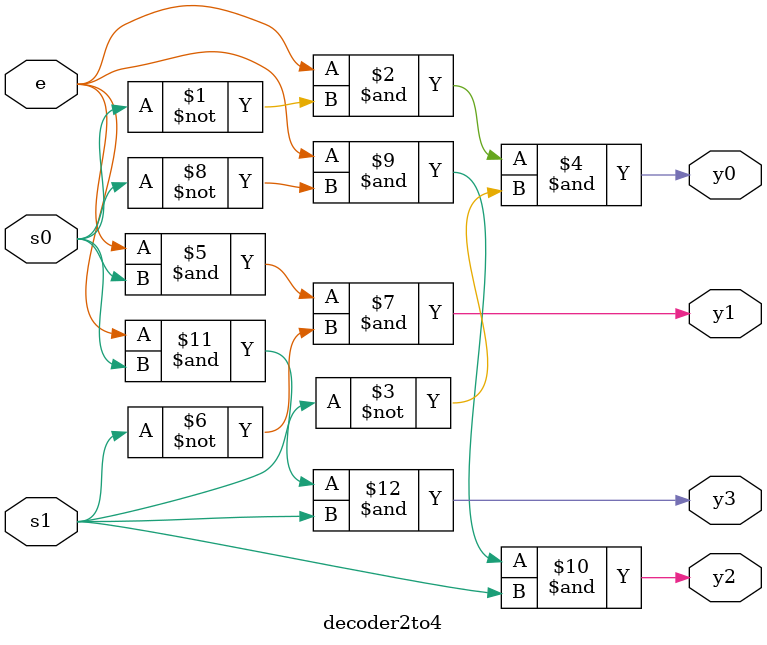
<source format=sv>
`timescale 1ns / 1ps


module decoder2to4(input logic e,s0,s1, output logic y0,y1,y2,y3);
    //y0,s0 least significant
    assign y0 = (e & ~s0 & ~s1);
    assign y1 = (e & s0 & ~s1);
    assign y2 = (e & ~s0 & s1);
    assign y3 = (e & s0 & s1);
endmodule

</source>
